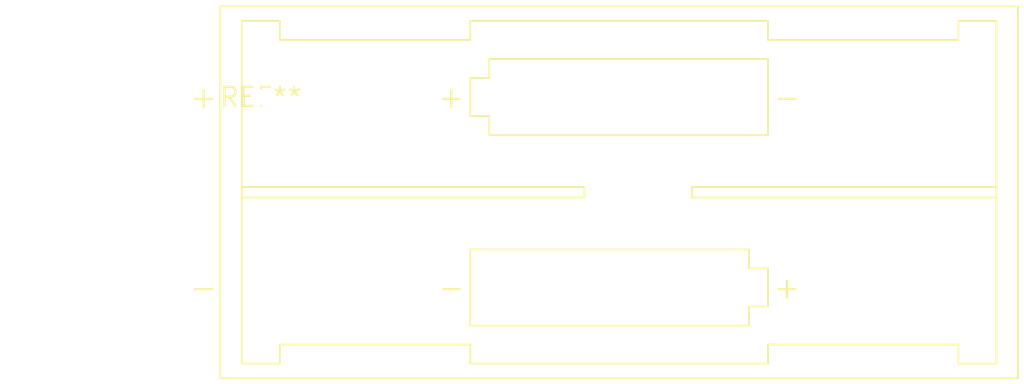
<source format=kicad_pcb>
(kicad_pcb (version 20240108) (generator pcbnew)
  (layers (0 "F.Cu" signal) (31 "B.Cu" signal) (34 "B.Paste" user) (35 "F.Paste" user) (36 "B.SilkS" user "B.Silkscreen") (37 "F.SilkS" user "F.Silkscreen") (38 "B.Mask" user) (39 "F.Mask" user) (44 "Edge.Cuts" user))
  (net 0 "")
  (footprint "BatteryHolder_Keystone_2468_2xAAA" (layer "F.Cu") (at 0 0)
    (property "Reference" "REF**")
    (property "Value" "BatteryHolder_Keystone_2468_2xAAA")
    (fp_line (start -2.7 -6.05) (end -2.7 18.75) (layer "F.SilkS") (stroke (width 0.12)))
    (fp_line (start -2.7 18.755) (end 50.5 18.755) (layer "F.SilkS") (stroke (width 0.12)))
    (fp_line (start -1.27 -5.08) (end -1.27 17.78) (layer "F.SilkS") (stroke (width 0.12)))
    (fp_line (start -1.27 6) (end 21.59 6) (layer "F.SilkS") (stroke (width 0.12)))
    (fp_line (start -1.27 17.78) (end 1.27 17.78) (layer "F.SilkS") (stroke (width 0.12)))
    (fp_line (start 1.27 -5.08) (end -1.27 -5.08) (layer "F.SilkS") (stroke (width 0.12)))
    (fp_line (start 1.27 -3.81) (end 1.27 -5.08) (layer "F.SilkS") (stroke (width 0.12)))
    (fp_line (start 1.27 -3.81) (end 13.97 -3.81) (layer "F.SilkS") (stroke (width 0.12)))
    (fp_line (start 1.27 16.51) (end 13.97 16.51) (layer "F.SilkS") (stroke (width 0.12)))
    (fp_line (start 1.27 17.78) (end 1.27 16.51) (layer "F.SilkS") (stroke (width 0.12)))
    (fp_line (start 13.97 -5.08) (end 13.97 -3.81) (layer "F.SilkS") (stroke (width 0.12)))
    (fp_line (start 13.97 -1.27) (end 15.24 -1.27) (layer "F.SilkS") (stroke (width 0.12)))
    (fp_line (start 13.97 1.27) (end 13.97 -1.27) (layer "F.SilkS") (stroke (width 0.12)))
    (fp_line (start 13.97 10.16) (end 32.56 10.16) (layer "F.SilkS") (stroke (width 0.12)))
    (fp_line (start 13.97 15.24) (end 13.97 10.16) (layer "F.SilkS") (stroke (width 0.12)))
    (fp_line (start 13.97 16.51) (end 13.97 17.78) (layer "F.SilkS") (stroke (width 0.12)))
    (fp_line (start 13.97 17.78) (end 33.83 17.78) (layer "F.SilkS") (stroke (width 0.12)))
    (fp_line (start 15.24 -2.54) (end 33.83 -2.54) (layer "F.SilkS") (stroke (width 0.12)))
    (fp_line (start 15.24 -1.27) (end 15.24 -2.54) (layer "F.SilkS") (stroke (width 0.12)))
    (fp_line (start 15.24 1.27) (end 13.97 1.27) (layer "F.SilkS") (stroke (width 0.12)))
    (fp_line (start 15.24 2.54) (end 15.24 1.27) (layer "F.SilkS") (stroke (width 0.12)))
    (fp_line (start 21.59 6) (end 21.59 6.7) (layer "F.SilkS") (stroke (width 0.12)))
    (fp_line (start 21.59 6.7) (end -1.27 6.7) (layer "F.SilkS") (stroke (width 0.12)))
    (fp_line (start 28.75 6) (end 28.75 6.7) (layer "F.SilkS") (stroke (width 0.12)))
    (fp_line (start 28.75 6.7) (end 49.07 6.7) (layer "F.SilkS") (stroke (width 0.12)))
    (fp_line (start 32.56 10.16) (end 32.56 11.43) (layer "F.SilkS") (stroke (width 0.12)))
    (fp_line (start 32.56 11.43) (end 33.83 11.43) (layer "F.SilkS") (stroke (width 0.12)))
    (fp_line (start 32.56 13.97) (end 32.56 15.24) (layer "F.SilkS") (stroke (width 0.12)))
    (fp_line (start 32.56 15.24) (end 13.97 15.24) (layer "F.SilkS") (stroke (width 0.12)))
    (fp_line (start 33.83 -5.08) (end 13.97 -5.08) (layer "F.SilkS") (stroke (width 0.12)))
    (fp_line (start 33.83 -3.81) (end 33.83 -5.08) (layer "F.SilkS") (stroke (width 0.12)))
    (fp_line (start 33.83 -2.54) (end 33.83 2.54) (layer "F.SilkS") (stroke (width 0.12)))
    (fp_line (start 33.83 2.54) (end 15.24 2.54) (layer "F.SilkS") (stroke (width 0.12)))
    (fp_line (start 33.83 11.43) (end 33.83 13.97) (layer "F.SilkS") (stroke (width 0.12)))
    (fp_line (start 33.83 13.97) (end 32.56 13.97) (layer "F.SilkS") (stroke (width 0.12)))
    (fp_line (start 33.83 17.78) (end 33.83 16.51) (layer "F.SilkS") (stroke (width 0.12)))
    (fp_line (start 46.53 -5.08) (end 46.53 -3.81) (layer "F.SilkS") (stroke (width 0.12)))
    (fp_line (start 46.53 -3.81) (end 33.83 -3.81) (layer "F.SilkS") (stroke (width 0.12)))
    (fp_line (start 46.53 16.51) (end 33.83 16.51) (layer "F.SilkS") (stroke (width 0.12)))
    (fp_line (start 46.53 17.78) (end 46.53 16.51) (layer "F.SilkS") (stroke (width 0.12)))
    (fp_line (start 49.07 -5.08) (end 46.53 -5.08) (layer "F.SilkS") (stroke (width 0.12)))
    (fp_line (start 49.07 -5.08) (end 49.07 17.78) (layer "F.SilkS") (stroke (width 0.12)))
    (fp_line (start 49.07 6) (end 28.75 6) (layer "F.SilkS") (stroke (width 0.12)))
    (fp_line (start 49.07 17.78) (end 46.53 17.78) (layer "F.SilkS") (stroke (width 0.12)))
    (fp_line (start 50.5 -6.055) (end -2.7 -6.055) (layer "F.SilkS") (stroke (width 0.12)))
    (fp_line (start 50.5 18.75) (end 50.5 -6.05) (layer "F.SilkS") (stroke (width 0.12)))
    (fp_text user "-" (at 12.7 12.7 0) (layer "F.SilkS") (effects (font (size 1.5 1.5))))
    (fp_text user "+" (at 35.1 12.7 0) (layer "F.SilkS") (effects (font (size 1.5 1.5))))
    (fp_text user "+" (at -3.81 0 0) (layer "F.SilkS") (effects (font (size 1.5 1.5))))
    (fp_text user "+" (at 12.7 0 0) (layer "F.SilkS") (effects (font (size 1.5 1.5))))
    (fp_text user "-" (at -3.81 12.7 0) (layer "F.SilkS") (effects (font (size 1.5 1.5))))
    (fp_text user "-" (at 35.1 0 0) (layer "F.SilkS") (effects (font (size 1.5 1.5))))
    (pad "" np_thru_hole circle (at 8.64 4) (size 3.45 3.45) (drill 3.45) (layers *.Cu))
    (pad "" np_thru_hole circle (at 38.61 8.7) (size 3.45 3.45) (drill 3.45) (layers *.Cu *.Mask))
    (pad "1" thru_hole rect (at 0 0) (size 2 2) (drill 1.02) (layers *.Cu *.Mask) (remove_unused_layers))
    (pad "2" thru_hole circle (at 0 12.7) (size 2 2) (drill 1.02) (layers *.Cu *.Mask) (remove_unused_layers))
  )
)
</source>
